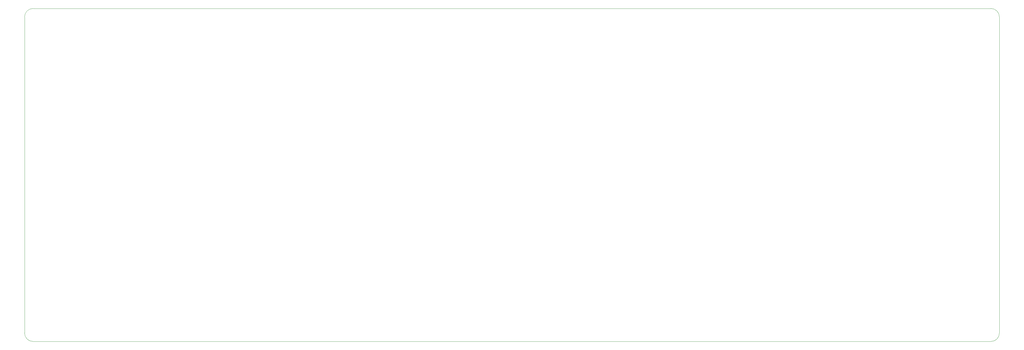
<source format=gm1>
G04 #@! TF.GenerationSoftware,KiCad,Pcbnew,6.0.2+dfsg-1*
G04 #@! TF.CreationDate,2023-02-02T22:31:44+01:00*
G04 #@! TF.ProjectId,keyboard,6b657962-6f61-4726-942e-6b696361645f,rev?*
G04 #@! TF.SameCoordinates,Original*
G04 #@! TF.FileFunction,Profile,NP*
%FSLAX46Y46*%
G04 Gerber Fmt 4.6, Leading zero omitted, Abs format (unit mm)*
G04 Created by KiCad (PCBNEW 6.0.2+dfsg-1) date 2023-02-02 22:31:44*
%MOMM*%
%LPD*%
G01*
G04 APERTURE LIST*
G04 #@! TA.AperFunction,Profile*
%ADD10C,0.100000*%
G04 #@! TD*
G04 APERTURE END LIST*
D10*
X25385308Y-132041272D02*
X25385308Y-28790501D01*
X340984772Y-134839192D02*
X28184001Y-134839192D01*
X343782692Y-28789728D02*
X343782692Y-132040499D01*
X28183228Y-25991808D02*
X340983999Y-25991808D01*
X28183228Y-25991808D02*
G75*
G03*
X25385308Y-28790501I772J-2798692D01*
G01*
X25385308Y-132041272D02*
G75*
G03*
X28184001Y-134839192I2798692J772D01*
G01*
X340984772Y-134839192D02*
G75*
G03*
X343782692Y-132040499I-772J2798692D01*
G01*
X343782692Y-28789728D02*
G75*
G03*
X340983999Y-25991808I-2798692J-772D01*
G01*
M02*

</source>
